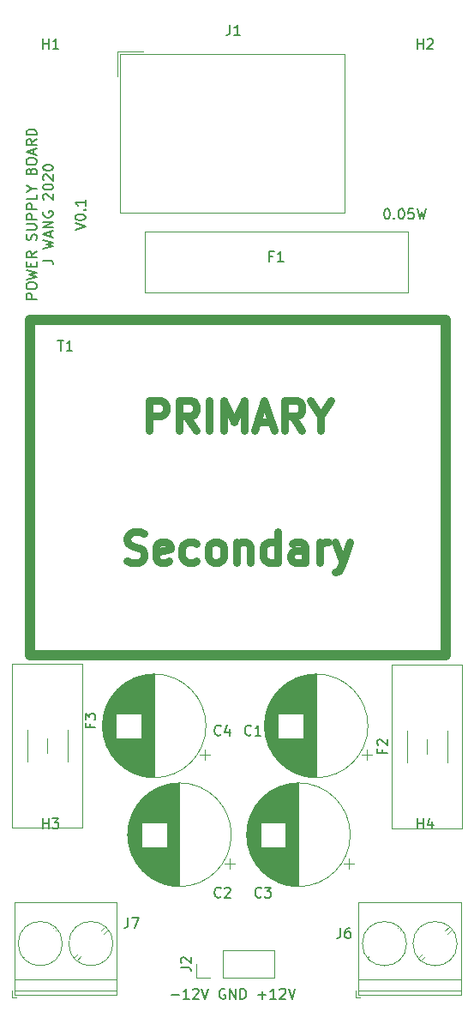
<source format=gbr>
G04 #@! TF.GenerationSoftware,KiCad,Pcbnew,(5.1.5)-3*
G04 #@! TF.CreationDate,2020-02-27T01:05:18-05:00*
G04 #@! TF.ProjectId,power_supply,706f7765-725f-4737-9570-706c792e6b69,rev?*
G04 #@! TF.SameCoordinates,Original*
G04 #@! TF.FileFunction,Legend,Top*
G04 #@! TF.FilePolarity,Positive*
%FSLAX46Y46*%
G04 Gerber Fmt 4.6, Leading zero omitted, Abs format (unit mm)*
G04 Created by KiCad (PCBNEW (5.1.5)-3) date 2020-02-27 01:05:18*
%MOMM*%
%LPD*%
G04 APERTURE LIST*
%ADD10C,0.150000*%
%ADD11C,1.000000*%
%ADD12C,0.120000*%
%ADD13C,0.750000*%
G04 APERTURE END LIST*
D10*
X6452380Y81476190D02*
X7452380Y81809523D01*
X6452380Y82142857D01*
X6452380Y82666666D02*
X6452380Y82761904D01*
X6500000Y82857142D01*
X6547619Y82904761D01*
X6642857Y82952380D01*
X6833333Y83000000D01*
X7071428Y83000000D01*
X7261904Y82952380D01*
X7357142Y82904761D01*
X7404761Y82857142D01*
X7452380Y82761904D01*
X7452380Y82666666D01*
X7404761Y82571428D01*
X7357142Y82523809D01*
X7261904Y82476190D01*
X7071428Y82428571D01*
X6833333Y82428571D01*
X6642857Y82476190D01*
X6547619Y82523809D01*
X6500000Y82571428D01*
X6452380Y82666666D01*
X7357142Y83428571D02*
X7404761Y83476190D01*
X7452380Y83428571D01*
X7404761Y83380952D01*
X7357142Y83428571D01*
X7452380Y83428571D01*
X7452380Y84428571D02*
X7452380Y83857142D01*
X7452380Y84142857D02*
X6452380Y84142857D01*
X6595238Y84047619D01*
X6690476Y83952380D01*
X6738095Y83857142D01*
X2627380Y74642857D02*
X1627380Y74642857D01*
X1627380Y75023809D01*
X1674999Y75119047D01*
X1722619Y75166666D01*
X1817857Y75214285D01*
X1960714Y75214285D01*
X2055952Y75166666D01*
X2103571Y75119047D01*
X2151190Y75023809D01*
X2151190Y74642857D01*
X1627380Y75833333D02*
X1627380Y76023809D01*
X1674999Y76119047D01*
X1770238Y76214285D01*
X1960714Y76261904D01*
X2294047Y76261904D01*
X2484523Y76214285D01*
X2579761Y76119047D01*
X2627380Y76023809D01*
X2627380Y75833333D01*
X2579761Y75738095D01*
X2484523Y75642857D01*
X2294047Y75595238D01*
X1960714Y75595238D01*
X1770238Y75642857D01*
X1674999Y75738095D01*
X1627380Y75833333D01*
X1627380Y76595238D02*
X2627380Y76833333D01*
X1913095Y77023809D01*
X2627380Y77214285D01*
X1627380Y77452380D01*
X2103571Y77833333D02*
X2103571Y78166666D01*
X2627380Y78309523D02*
X2627380Y77833333D01*
X1627380Y77833333D01*
X1627380Y78309523D01*
X2627380Y79309523D02*
X2151190Y78976190D01*
X2627380Y78738095D02*
X1627380Y78738095D01*
X1627380Y79119047D01*
X1674999Y79214285D01*
X1722619Y79261904D01*
X1817857Y79309523D01*
X1960714Y79309523D01*
X2055952Y79261904D01*
X2103571Y79214285D01*
X2151190Y79119047D01*
X2151190Y78738095D01*
X2579761Y80452380D02*
X2627380Y80595238D01*
X2627380Y80833333D01*
X2579761Y80928571D01*
X2532142Y80976190D01*
X2436904Y81023809D01*
X2341666Y81023809D01*
X2246428Y80976190D01*
X2198809Y80928571D01*
X2151190Y80833333D01*
X2103571Y80642857D01*
X2055952Y80547619D01*
X2008333Y80500000D01*
X1913095Y80452380D01*
X1817857Y80452380D01*
X1722619Y80500000D01*
X1674999Y80547619D01*
X1627380Y80642857D01*
X1627380Y80880952D01*
X1675000Y81023809D01*
X1627380Y81452380D02*
X2436904Y81452380D01*
X2532142Y81500000D01*
X2579761Y81547619D01*
X2627380Y81642857D01*
X2627380Y81833333D01*
X2579761Y81928571D01*
X2532142Y81976190D01*
X2436904Y82023809D01*
X1627380Y82023809D01*
X2627380Y82500000D02*
X1627380Y82500000D01*
X1627380Y82880952D01*
X1675000Y82976190D01*
X1722619Y83023809D01*
X1817857Y83071428D01*
X1960714Y83071428D01*
X2055952Y83023809D01*
X2103571Y82976190D01*
X2151190Y82880952D01*
X2151190Y82500000D01*
X2627380Y83500000D02*
X1627380Y83500000D01*
X1627380Y83880952D01*
X1675000Y83976190D01*
X1722619Y84023809D01*
X1817857Y84071428D01*
X1960714Y84071428D01*
X2055952Y84023809D01*
X2103571Y83976190D01*
X2151190Y83880952D01*
X2151190Y83500000D01*
X2627380Y84976190D02*
X2627380Y84500000D01*
X1627380Y84500000D01*
X2151190Y85500000D02*
X2627380Y85500000D01*
X1627380Y85166666D02*
X2151190Y85500000D01*
X1627380Y85833333D01*
X2103571Y87261904D02*
X2151190Y87404761D01*
X2198809Y87452380D01*
X2294047Y87500000D01*
X2436904Y87500000D01*
X2532142Y87452380D01*
X2579761Y87404761D01*
X2627380Y87309523D01*
X2627380Y86928571D01*
X1627380Y86928571D01*
X1627380Y87261904D01*
X1675000Y87357142D01*
X1722619Y87404761D01*
X1817857Y87452380D01*
X1913095Y87452380D01*
X2008333Y87404761D01*
X2055952Y87357142D01*
X2103571Y87261904D01*
X2103571Y86928571D01*
X1627380Y88119047D02*
X1627380Y88309523D01*
X1675000Y88404761D01*
X1770238Y88500000D01*
X1960714Y88547619D01*
X2294047Y88547619D01*
X2484523Y88500000D01*
X2579761Y88404761D01*
X2627380Y88309523D01*
X2627380Y88119047D01*
X2579761Y88023809D01*
X2484523Y87928571D01*
X2294047Y87880952D01*
X1960714Y87880952D01*
X1770238Y87928571D01*
X1675000Y88023809D01*
X1627380Y88119047D01*
X2341666Y88928571D02*
X2341666Y89404761D01*
X2627380Y88833333D02*
X1627380Y89166666D01*
X2627380Y89500000D01*
X2627380Y90404761D02*
X2151190Y90071428D01*
X2627380Y89833333D02*
X1627380Y89833333D01*
X1627380Y90214285D01*
X1675000Y90309523D01*
X1722619Y90357142D01*
X1817857Y90404761D01*
X1960714Y90404761D01*
X2055952Y90357142D01*
X2103571Y90309523D01*
X2151190Y90214285D01*
X2151190Y89833333D01*
X2627380Y90833333D02*
X1627380Y90833333D01*
X1627380Y91071428D01*
X1675000Y91214285D01*
X1770238Y91309523D01*
X1865476Y91357142D01*
X2055952Y91404761D01*
X2198809Y91404761D01*
X2389285Y91357142D01*
X2484523Y91309523D01*
X2579761Y91214285D01*
X2627380Y91071428D01*
X2627380Y90833333D01*
X3277380Y78452380D02*
X3991666Y78452380D01*
X4134523Y78404761D01*
X4229761Y78309523D01*
X4277380Y78166666D01*
X4277380Y78071428D01*
X3277380Y79595238D02*
X4277380Y79833333D01*
X3563095Y80023809D01*
X4277380Y80214285D01*
X3277380Y80452380D01*
X3991666Y80785714D02*
X3991666Y81261904D01*
X4277380Y80690476D02*
X3277380Y81023809D01*
X4277380Y81357142D01*
X4277380Y81690476D02*
X3277380Y81690476D01*
X4277380Y82261904D01*
X3277380Y82261904D01*
X3325000Y83261904D02*
X3277380Y83166666D01*
X3277380Y83023809D01*
X3325000Y82880952D01*
X3420238Y82785714D01*
X3515476Y82738095D01*
X3705952Y82690476D01*
X3848809Y82690476D01*
X4039285Y82738095D01*
X4134523Y82785714D01*
X4229761Y82880952D01*
X4277380Y83023809D01*
X4277380Y83119047D01*
X4229761Y83261904D01*
X4182142Y83309523D01*
X3848809Y83309523D01*
X3848809Y83119047D01*
X3372619Y84452380D02*
X3325000Y84500000D01*
X3277380Y84595238D01*
X3277380Y84833333D01*
X3325000Y84928571D01*
X3372619Y84976190D01*
X3467857Y85023809D01*
X3563095Y85023809D01*
X3705952Y84976190D01*
X4277380Y84404761D01*
X4277380Y85023809D01*
X3277380Y85642857D02*
X3277380Y85738095D01*
X3325000Y85833333D01*
X3372619Y85880952D01*
X3467857Y85928571D01*
X3658333Y85976190D01*
X3896428Y85976190D01*
X4086904Y85928571D01*
X4182142Y85880952D01*
X4229761Y85833333D01*
X4277380Y85738095D01*
X4277380Y85642857D01*
X4229761Y85547619D01*
X4182142Y85500000D01*
X4086904Y85452380D01*
X3896428Y85404761D01*
X3658333Y85404761D01*
X3467857Y85452380D01*
X3372619Y85500000D01*
X3325000Y85547619D01*
X3277380Y85642857D01*
X3372619Y86357142D02*
X3325000Y86404761D01*
X3277380Y86500000D01*
X3277380Y86738095D01*
X3325000Y86833333D01*
X3372619Y86880952D01*
X3467857Y86928571D01*
X3563095Y86928571D01*
X3705952Y86880952D01*
X4277380Y86309523D01*
X4277380Y86928571D01*
X3277380Y87547619D02*
X3277380Y87642857D01*
X3325000Y87738095D01*
X3372619Y87785714D01*
X3467857Y87833333D01*
X3658333Y87880952D01*
X3896428Y87880952D01*
X4086904Y87833333D01*
X4182142Y87785714D01*
X4229761Y87738095D01*
X4277380Y87642857D01*
X4277380Y87547619D01*
X4229761Y87452380D01*
X4182142Y87404761D01*
X4086904Y87357142D01*
X3896428Y87309523D01*
X3658333Y87309523D01*
X3467857Y87357142D01*
X3372619Y87404761D01*
X3325000Y87452380D01*
X3277380Y87547619D01*
X15952380Y5928571D02*
X16714285Y5928571D01*
X17714285Y5547619D02*
X17142857Y5547619D01*
X17428571Y5547619D02*
X17428571Y6547619D01*
X17333333Y6404761D01*
X17238095Y6309523D01*
X17142857Y6261904D01*
X18095238Y6452380D02*
X18142857Y6500000D01*
X18238095Y6547619D01*
X18476190Y6547619D01*
X18571428Y6500000D01*
X18619047Y6452380D01*
X18666666Y6357142D01*
X18666666Y6261904D01*
X18619047Y6119047D01*
X18047619Y5547619D01*
X18666666Y5547619D01*
X18952380Y6547619D02*
X19285714Y5547619D01*
X19619047Y6547619D01*
X21238095Y6500000D02*
X21142857Y6547619D01*
X21000000Y6547619D01*
X20857142Y6500000D01*
X20761904Y6404761D01*
X20714285Y6309523D01*
X20666666Y6119047D01*
X20666666Y5976190D01*
X20714285Y5785714D01*
X20761904Y5690476D01*
X20857142Y5595238D01*
X21000000Y5547619D01*
X21095238Y5547619D01*
X21238095Y5595238D01*
X21285714Y5642857D01*
X21285714Y5976190D01*
X21095238Y5976190D01*
X21714285Y5547619D02*
X21714285Y6547619D01*
X22285714Y5547619D01*
X22285714Y6547619D01*
X22761904Y5547619D02*
X22761904Y6547619D01*
X23000000Y6547619D01*
X23142857Y6500000D01*
X23238095Y6404761D01*
X23285714Y6309523D01*
X23333333Y6119047D01*
X23333333Y5976190D01*
X23285714Y5785714D01*
X23238095Y5690476D01*
X23142857Y5595238D01*
X23000000Y5547619D01*
X22761904Y5547619D01*
X24523809Y5928571D02*
X25285714Y5928571D01*
X24904761Y5547619D02*
X24904761Y6309523D01*
X26285714Y5547619D02*
X25714285Y5547619D01*
X26000000Y5547619D02*
X26000000Y6547619D01*
X25904761Y6404761D01*
X25809523Y6309523D01*
X25714285Y6261904D01*
X26666666Y6452380D02*
X26714285Y6500000D01*
X26809523Y6547619D01*
X27047619Y6547619D01*
X27142857Y6500000D01*
X27190476Y6452380D01*
X27238095Y6357142D01*
X27238095Y6261904D01*
X27190476Y6119047D01*
X26619047Y5547619D01*
X27238095Y5547619D01*
X27523809Y6547619D02*
X27857142Y5547619D01*
X28190476Y6547619D01*
X37190476Y83547619D02*
X37285714Y83547619D01*
X37380952Y83500000D01*
X37428571Y83452380D01*
X37476190Y83357142D01*
X37523809Y83166666D01*
X37523809Y82928571D01*
X37476190Y82738095D01*
X37428571Y82642857D01*
X37380952Y82595238D01*
X37285714Y82547619D01*
X37190476Y82547619D01*
X37095238Y82595238D01*
X37047619Y82642857D01*
X37000000Y82738095D01*
X36952380Y82928571D01*
X36952380Y83166666D01*
X37000000Y83357142D01*
X37047619Y83452380D01*
X37095238Y83500000D01*
X37190476Y83547619D01*
X37952380Y82642857D02*
X38000000Y82595238D01*
X37952380Y82547619D01*
X37904761Y82595238D01*
X37952380Y82642857D01*
X37952380Y82547619D01*
X38619047Y83547619D02*
X38714285Y83547619D01*
X38809523Y83500000D01*
X38857142Y83452380D01*
X38904761Y83357142D01*
X38952380Y83166666D01*
X38952380Y82928571D01*
X38904761Y82738095D01*
X38857142Y82642857D01*
X38809523Y82595238D01*
X38714285Y82547619D01*
X38619047Y82547619D01*
X38523809Y82595238D01*
X38476190Y82642857D01*
X38428571Y82738095D01*
X38380952Y82928571D01*
X38380952Y83166666D01*
X38428571Y83357142D01*
X38476190Y83452380D01*
X38523809Y83500000D01*
X38619047Y83547619D01*
X39857142Y83547619D02*
X39380952Y83547619D01*
X39333333Y83071428D01*
X39380952Y83119047D01*
X39476190Y83166666D01*
X39714285Y83166666D01*
X39809523Y83119047D01*
X39857142Y83071428D01*
X39904761Y82976190D01*
X39904761Y82738095D01*
X39857142Y82642857D01*
X39809523Y82595238D01*
X39714285Y82547619D01*
X39476190Y82547619D01*
X39380952Y82595238D01*
X39333333Y82642857D01*
X40238095Y83547619D02*
X40476190Y82547619D01*
X40666666Y83261904D01*
X40857142Y82547619D01*
X41095238Y83547619D01*
D11*
X43050000Y39450000D02*
X43050000Y72550000D01*
X1950000Y39450000D02*
X43050000Y39450000D01*
X1950000Y72550000D02*
X1950000Y39450000D01*
X43050000Y72550000D02*
X1950000Y72550000D01*
D12*
X10650000Y99100000D02*
X13150000Y99100000D01*
X10650000Y96600000D02*
X10650000Y99100000D01*
X10900000Y98850000D02*
X33100000Y98850000D01*
X33100000Y98850000D02*
X33100000Y83150000D01*
X10900000Y83150000D02*
X33100000Y83150000D01*
X10900000Y83150000D02*
X10900000Y98850000D01*
X39180000Y11000000D02*
G75*
G03X39180000Y11000000I-2180000J0D01*
G01*
X44180000Y11000000D02*
G75*
G03X44180000Y11000000I-2180000J0D01*
G01*
X34440000Y6400000D02*
X44560000Y6400000D01*
X34440000Y7500000D02*
X44560000Y7500000D01*
X34440000Y15060000D02*
X44560000Y15060000D01*
X34440000Y5940000D02*
X44560000Y5940000D01*
X34440000Y15060000D02*
X34440000Y5940000D01*
X44560000Y15060000D02*
X44560000Y5940000D01*
X38654000Y12388000D02*
X38547000Y12281000D01*
X35718000Y9453000D02*
X35612000Y9346000D01*
X38388000Y12654000D02*
X38281000Y12547000D01*
X35452000Y9719000D02*
X35346000Y9612000D01*
X43654000Y12388000D02*
X43259000Y11992000D01*
X40993000Y9726000D02*
X40613000Y9346000D01*
X43388000Y12654000D02*
X43008000Y12274000D01*
X40742000Y10008000D02*
X40347000Y9612000D01*
X34200000Y6340000D02*
X34200000Y5700000D01*
X34200000Y5700000D02*
X34600000Y5700000D01*
X200000Y5700000D02*
X600000Y5700000D01*
X200000Y6340000D02*
X200000Y5700000D01*
X6742000Y10008000D02*
X6347000Y9612000D01*
X9388000Y12654000D02*
X9008000Y12274000D01*
X6993000Y9726000D02*
X6613000Y9346000D01*
X9654000Y12388000D02*
X9259000Y11992000D01*
X1452000Y9719000D02*
X1346000Y9612000D01*
X4388000Y12654000D02*
X4281000Y12547000D01*
X1718000Y9453000D02*
X1612000Y9346000D01*
X4654000Y12388000D02*
X4547000Y12281000D01*
X10560000Y15060000D02*
X10560000Y5940000D01*
X440000Y15060000D02*
X440000Y5940000D01*
X440000Y5940000D02*
X10560000Y5940000D01*
X440000Y15060000D02*
X10560000Y15060000D01*
X440000Y7500000D02*
X10560000Y7500000D01*
X440000Y6400000D02*
X10560000Y6400000D01*
X10180000Y11000000D02*
G75*
G03X10180000Y11000000I-2180000J0D01*
G01*
X5180000Y11000000D02*
G75*
G03X5180000Y11000000I-2180000J0D01*
G01*
X33620000Y21750000D02*
G75*
G03X33620000Y21750000I-5120000J0D01*
G01*
X28500000Y16670000D02*
X28500000Y26830000D01*
X28460000Y16670000D02*
X28460000Y26830000D01*
X28420000Y16670000D02*
X28420000Y26830000D01*
X28380000Y16671000D02*
X28380000Y26829000D01*
X28340000Y16672000D02*
X28340000Y26828000D01*
X28300000Y16673000D02*
X28300000Y26827000D01*
X28260000Y16675000D02*
X28260000Y26825000D01*
X28220000Y16677000D02*
X28220000Y26823000D01*
X28180000Y16680000D02*
X28180000Y26820000D01*
X28140000Y16682000D02*
X28140000Y26818000D01*
X28100000Y16685000D02*
X28100000Y26815000D01*
X28060000Y16688000D02*
X28060000Y26812000D01*
X28020000Y16692000D02*
X28020000Y26808000D01*
X27980000Y16696000D02*
X27980000Y26804000D01*
X27940000Y16700000D02*
X27940000Y26800000D01*
X27900000Y16705000D02*
X27900000Y26795000D01*
X27860000Y16710000D02*
X27860000Y26790000D01*
X27820000Y16715000D02*
X27820000Y26785000D01*
X27779000Y16720000D02*
X27779000Y26780000D01*
X27739000Y16726000D02*
X27739000Y26774000D01*
X27699000Y16732000D02*
X27699000Y26768000D01*
X27659000Y16739000D02*
X27659000Y26761000D01*
X27619000Y16746000D02*
X27619000Y26754000D01*
X27579000Y16753000D02*
X27579000Y26747000D01*
X27539000Y16760000D02*
X27539000Y26740000D01*
X27499000Y16768000D02*
X27499000Y26732000D01*
X27459000Y16776000D02*
X27459000Y26724000D01*
X27419000Y16785000D02*
X27419000Y26715000D01*
X27379000Y16794000D02*
X27379000Y26706000D01*
X27339000Y16803000D02*
X27339000Y26697000D01*
X27299000Y16812000D02*
X27299000Y26688000D01*
X27259000Y16822000D02*
X27259000Y26678000D01*
X27219000Y16832000D02*
X27219000Y20509000D01*
X27219000Y22991000D02*
X27219000Y26668000D01*
X27179000Y16843000D02*
X27179000Y20509000D01*
X27179000Y22991000D02*
X27179000Y26657000D01*
X27139000Y16853000D02*
X27139000Y20509000D01*
X27139000Y22991000D02*
X27139000Y26647000D01*
X27099000Y16865000D02*
X27099000Y20509000D01*
X27099000Y22991000D02*
X27099000Y26635000D01*
X27059000Y16876000D02*
X27059000Y20509000D01*
X27059000Y22991000D02*
X27059000Y26624000D01*
X27019000Y16888000D02*
X27019000Y20509000D01*
X27019000Y22991000D02*
X27019000Y26612000D01*
X26979000Y16900000D02*
X26979000Y20509000D01*
X26979000Y22991000D02*
X26979000Y26600000D01*
X26939000Y16913000D02*
X26939000Y20509000D01*
X26939000Y22991000D02*
X26939000Y26587000D01*
X26899000Y16926000D02*
X26899000Y20509000D01*
X26899000Y22991000D02*
X26899000Y26574000D01*
X26859000Y16939000D02*
X26859000Y20509000D01*
X26859000Y22991000D02*
X26859000Y26561000D01*
X26819000Y16953000D02*
X26819000Y20509000D01*
X26819000Y22991000D02*
X26819000Y26547000D01*
X26779000Y16967000D02*
X26779000Y20509000D01*
X26779000Y22991000D02*
X26779000Y26533000D01*
X26739000Y16982000D02*
X26739000Y20509000D01*
X26739000Y22991000D02*
X26739000Y26518000D01*
X26699000Y16996000D02*
X26699000Y20509000D01*
X26699000Y22991000D02*
X26699000Y26504000D01*
X26659000Y17012000D02*
X26659000Y20509000D01*
X26659000Y22991000D02*
X26659000Y26488000D01*
X26619000Y17027000D02*
X26619000Y20509000D01*
X26619000Y22991000D02*
X26619000Y26473000D01*
X26579000Y17043000D02*
X26579000Y20509000D01*
X26579000Y22991000D02*
X26579000Y26457000D01*
X26539000Y17060000D02*
X26539000Y20509000D01*
X26539000Y22991000D02*
X26539000Y26440000D01*
X26499000Y17076000D02*
X26499000Y20509000D01*
X26499000Y22991000D02*
X26499000Y26424000D01*
X26459000Y17093000D02*
X26459000Y20509000D01*
X26459000Y22991000D02*
X26459000Y26407000D01*
X26419000Y17111000D02*
X26419000Y20509000D01*
X26419000Y22991000D02*
X26419000Y26389000D01*
X26379000Y17129000D02*
X26379000Y20509000D01*
X26379000Y22991000D02*
X26379000Y26371000D01*
X26339000Y17147000D02*
X26339000Y20509000D01*
X26339000Y22991000D02*
X26339000Y26353000D01*
X26299000Y17166000D02*
X26299000Y20509000D01*
X26299000Y22991000D02*
X26299000Y26334000D01*
X26259000Y17186000D02*
X26259000Y20509000D01*
X26259000Y22991000D02*
X26259000Y26314000D01*
X26219000Y17205000D02*
X26219000Y20509000D01*
X26219000Y22991000D02*
X26219000Y26295000D01*
X26179000Y17225000D02*
X26179000Y20509000D01*
X26179000Y22991000D02*
X26179000Y26275000D01*
X26139000Y17246000D02*
X26139000Y20509000D01*
X26139000Y22991000D02*
X26139000Y26254000D01*
X26099000Y17267000D02*
X26099000Y20509000D01*
X26099000Y22991000D02*
X26099000Y26233000D01*
X26059000Y17288000D02*
X26059000Y20509000D01*
X26059000Y22991000D02*
X26059000Y26212000D01*
X26019000Y17310000D02*
X26019000Y20509000D01*
X26019000Y22991000D02*
X26019000Y26190000D01*
X25979000Y17333000D02*
X25979000Y20509000D01*
X25979000Y22991000D02*
X25979000Y26167000D01*
X25939000Y17355000D02*
X25939000Y20509000D01*
X25939000Y22991000D02*
X25939000Y26145000D01*
X25899000Y17379000D02*
X25899000Y20509000D01*
X25899000Y22991000D02*
X25899000Y26121000D01*
X25859000Y17403000D02*
X25859000Y20509000D01*
X25859000Y22991000D02*
X25859000Y26097000D01*
X25819000Y17427000D02*
X25819000Y20509000D01*
X25819000Y22991000D02*
X25819000Y26073000D01*
X25779000Y17452000D02*
X25779000Y20509000D01*
X25779000Y22991000D02*
X25779000Y26048000D01*
X25739000Y17477000D02*
X25739000Y20509000D01*
X25739000Y22991000D02*
X25739000Y26023000D01*
X25699000Y17503000D02*
X25699000Y20509000D01*
X25699000Y22991000D02*
X25699000Y25997000D01*
X25659000Y17529000D02*
X25659000Y20509000D01*
X25659000Y22991000D02*
X25659000Y25971000D01*
X25619000Y17556000D02*
X25619000Y20509000D01*
X25619000Y22991000D02*
X25619000Y25944000D01*
X25579000Y17584000D02*
X25579000Y20509000D01*
X25579000Y22991000D02*
X25579000Y25916000D01*
X25539000Y17612000D02*
X25539000Y20509000D01*
X25539000Y22991000D02*
X25539000Y25888000D01*
X25499000Y17640000D02*
X25499000Y20509000D01*
X25499000Y22991000D02*
X25499000Y25860000D01*
X25459000Y17670000D02*
X25459000Y20509000D01*
X25459000Y22991000D02*
X25459000Y25830000D01*
X25419000Y17700000D02*
X25419000Y20509000D01*
X25419000Y22991000D02*
X25419000Y25800000D01*
X25379000Y17730000D02*
X25379000Y20509000D01*
X25379000Y22991000D02*
X25379000Y25770000D01*
X25339000Y17761000D02*
X25339000Y20509000D01*
X25339000Y22991000D02*
X25339000Y25739000D01*
X25299000Y17793000D02*
X25299000Y20509000D01*
X25299000Y22991000D02*
X25299000Y25707000D01*
X25259000Y17825000D02*
X25259000Y20509000D01*
X25259000Y22991000D02*
X25259000Y25675000D01*
X25219000Y17858000D02*
X25219000Y20509000D01*
X25219000Y22991000D02*
X25219000Y25642000D01*
X25179000Y17892000D02*
X25179000Y20509000D01*
X25179000Y22991000D02*
X25179000Y25608000D01*
X25139000Y17926000D02*
X25139000Y20509000D01*
X25139000Y22991000D02*
X25139000Y25574000D01*
X25099000Y17961000D02*
X25099000Y20509000D01*
X25099000Y22991000D02*
X25099000Y25539000D01*
X25059000Y17997000D02*
X25059000Y20509000D01*
X25059000Y22991000D02*
X25059000Y25503000D01*
X25019000Y18034000D02*
X25019000Y20509000D01*
X25019000Y22991000D02*
X25019000Y25466000D01*
X24979000Y18071000D02*
X24979000Y20509000D01*
X24979000Y22991000D02*
X24979000Y25429000D01*
X24939000Y18110000D02*
X24939000Y20509000D01*
X24939000Y22991000D02*
X24939000Y25390000D01*
X24899000Y18149000D02*
X24899000Y20509000D01*
X24899000Y22991000D02*
X24899000Y25351000D01*
X24859000Y18189000D02*
X24859000Y20509000D01*
X24859000Y22991000D02*
X24859000Y25311000D01*
X24819000Y18230000D02*
X24819000Y20509000D01*
X24819000Y22991000D02*
X24819000Y25270000D01*
X24779000Y18272000D02*
X24779000Y20509000D01*
X24779000Y22991000D02*
X24779000Y25228000D01*
X24739000Y18314000D02*
X24739000Y25186000D01*
X24699000Y18358000D02*
X24699000Y25142000D01*
X24659000Y18403000D02*
X24659000Y25097000D01*
X24619000Y18449000D02*
X24619000Y25051000D01*
X24579000Y18496000D02*
X24579000Y25004000D01*
X24539000Y18544000D02*
X24539000Y24956000D01*
X24499000Y18594000D02*
X24499000Y24906000D01*
X24459000Y18644000D02*
X24459000Y24856000D01*
X24419000Y18696000D02*
X24419000Y24804000D01*
X24379000Y18750000D02*
X24379000Y24750000D01*
X24339000Y18805000D02*
X24339000Y24695000D01*
X24299000Y18861000D02*
X24299000Y24639000D01*
X24259000Y18920000D02*
X24259000Y24580000D01*
X24219000Y18980000D02*
X24219000Y24520000D01*
X24179000Y19041000D02*
X24179000Y24459000D01*
X24139000Y19105000D02*
X24139000Y24395000D01*
X24099000Y19171000D02*
X24099000Y24329000D01*
X24059000Y19240000D02*
X24059000Y24260000D01*
X24019000Y19311000D02*
X24019000Y24189000D01*
X23979000Y19385000D02*
X23979000Y24115000D01*
X23939000Y19461000D02*
X23939000Y24039000D01*
X23899000Y19541000D02*
X23899000Y23959000D01*
X23859000Y19625000D02*
X23859000Y23875000D01*
X23819000Y19713000D02*
X23819000Y23787000D01*
X23779000Y19806000D02*
X23779000Y23694000D01*
X23739000Y19904000D02*
X23739000Y23596000D01*
X23699000Y20008000D02*
X23699000Y23492000D01*
X23659000Y20120000D02*
X23659000Y23380000D01*
X23619000Y20240000D02*
X23619000Y23260000D01*
X23579000Y20372000D02*
X23579000Y23128000D01*
X23539000Y20520000D02*
X23539000Y22980000D01*
X23499000Y20688000D02*
X23499000Y22812000D01*
X23459000Y20888000D02*
X23459000Y22612000D01*
X23419000Y21151000D02*
X23419000Y22349000D01*
X33979646Y18875000D02*
X32979646Y18875000D01*
X33479646Y18375000D02*
X33479646Y19375000D01*
X19229646Y29125000D02*
X19229646Y30125000D01*
X19729646Y29625000D02*
X18729646Y29625000D01*
X9169000Y31901000D02*
X9169000Y33099000D01*
X9209000Y31638000D02*
X9209000Y33362000D01*
X9249000Y31438000D02*
X9249000Y33562000D01*
X9289000Y31270000D02*
X9289000Y33730000D01*
X9329000Y31122000D02*
X9329000Y33878000D01*
X9369000Y30990000D02*
X9369000Y34010000D01*
X9409000Y30870000D02*
X9409000Y34130000D01*
X9449000Y30758000D02*
X9449000Y34242000D01*
X9489000Y30654000D02*
X9489000Y34346000D01*
X9529000Y30556000D02*
X9529000Y34444000D01*
X9569000Y30463000D02*
X9569000Y34537000D01*
X9609000Y30375000D02*
X9609000Y34625000D01*
X9649000Y30291000D02*
X9649000Y34709000D01*
X9689000Y30211000D02*
X9689000Y34789000D01*
X9729000Y30135000D02*
X9729000Y34865000D01*
X9769000Y30061000D02*
X9769000Y34939000D01*
X9809000Y29990000D02*
X9809000Y35010000D01*
X9849000Y29921000D02*
X9849000Y35079000D01*
X9889000Y29855000D02*
X9889000Y35145000D01*
X9929000Y29791000D02*
X9929000Y35209000D01*
X9969000Y29730000D02*
X9969000Y35270000D01*
X10009000Y29670000D02*
X10009000Y35330000D01*
X10049000Y29611000D02*
X10049000Y35389000D01*
X10089000Y29555000D02*
X10089000Y35445000D01*
X10129000Y29500000D02*
X10129000Y35500000D01*
X10169000Y29446000D02*
X10169000Y35554000D01*
X10209000Y29394000D02*
X10209000Y35606000D01*
X10249000Y29344000D02*
X10249000Y35656000D01*
X10289000Y29294000D02*
X10289000Y35706000D01*
X10329000Y29246000D02*
X10329000Y35754000D01*
X10369000Y29199000D02*
X10369000Y35801000D01*
X10409000Y29153000D02*
X10409000Y35847000D01*
X10449000Y29108000D02*
X10449000Y35892000D01*
X10489000Y29064000D02*
X10489000Y35936000D01*
X10529000Y33741000D02*
X10529000Y35978000D01*
X10529000Y29022000D02*
X10529000Y31259000D01*
X10569000Y33741000D02*
X10569000Y36020000D01*
X10569000Y28980000D02*
X10569000Y31259000D01*
X10609000Y33741000D02*
X10609000Y36061000D01*
X10609000Y28939000D02*
X10609000Y31259000D01*
X10649000Y33741000D02*
X10649000Y36101000D01*
X10649000Y28899000D02*
X10649000Y31259000D01*
X10689000Y33741000D02*
X10689000Y36140000D01*
X10689000Y28860000D02*
X10689000Y31259000D01*
X10729000Y33741000D02*
X10729000Y36179000D01*
X10729000Y28821000D02*
X10729000Y31259000D01*
X10769000Y33741000D02*
X10769000Y36216000D01*
X10769000Y28784000D02*
X10769000Y31259000D01*
X10809000Y33741000D02*
X10809000Y36253000D01*
X10809000Y28747000D02*
X10809000Y31259000D01*
X10849000Y33741000D02*
X10849000Y36289000D01*
X10849000Y28711000D02*
X10849000Y31259000D01*
X10889000Y33741000D02*
X10889000Y36324000D01*
X10889000Y28676000D02*
X10889000Y31259000D01*
X10929000Y33741000D02*
X10929000Y36358000D01*
X10929000Y28642000D02*
X10929000Y31259000D01*
X10969000Y33741000D02*
X10969000Y36392000D01*
X10969000Y28608000D02*
X10969000Y31259000D01*
X11009000Y33741000D02*
X11009000Y36425000D01*
X11009000Y28575000D02*
X11009000Y31259000D01*
X11049000Y33741000D02*
X11049000Y36457000D01*
X11049000Y28543000D02*
X11049000Y31259000D01*
X11089000Y33741000D02*
X11089000Y36489000D01*
X11089000Y28511000D02*
X11089000Y31259000D01*
X11129000Y33741000D02*
X11129000Y36520000D01*
X11129000Y28480000D02*
X11129000Y31259000D01*
X11169000Y33741000D02*
X11169000Y36550000D01*
X11169000Y28450000D02*
X11169000Y31259000D01*
X11209000Y33741000D02*
X11209000Y36580000D01*
X11209000Y28420000D02*
X11209000Y31259000D01*
X11249000Y33741000D02*
X11249000Y36610000D01*
X11249000Y28390000D02*
X11249000Y31259000D01*
X11289000Y33741000D02*
X11289000Y36638000D01*
X11289000Y28362000D02*
X11289000Y31259000D01*
X11329000Y33741000D02*
X11329000Y36666000D01*
X11329000Y28334000D02*
X11329000Y31259000D01*
X11369000Y33741000D02*
X11369000Y36694000D01*
X11369000Y28306000D02*
X11369000Y31259000D01*
X11409000Y33741000D02*
X11409000Y36721000D01*
X11409000Y28279000D02*
X11409000Y31259000D01*
X11449000Y33741000D02*
X11449000Y36747000D01*
X11449000Y28253000D02*
X11449000Y31259000D01*
X11489000Y33741000D02*
X11489000Y36773000D01*
X11489000Y28227000D02*
X11489000Y31259000D01*
X11529000Y33741000D02*
X11529000Y36798000D01*
X11529000Y28202000D02*
X11529000Y31259000D01*
X11569000Y33741000D02*
X11569000Y36823000D01*
X11569000Y28177000D02*
X11569000Y31259000D01*
X11609000Y33741000D02*
X11609000Y36847000D01*
X11609000Y28153000D02*
X11609000Y31259000D01*
X11649000Y33741000D02*
X11649000Y36871000D01*
X11649000Y28129000D02*
X11649000Y31259000D01*
X11689000Y33741000D02*
X11689000Y36895000D01*
X11689000Y28105000D02*
X11689000Y31259000D01*
X11729000Y33741000D02*
X11729000Y36917000D01*
X11729000Y28083000D02*
X11729000Y31259000D01*
X11769000Y33741000D02*
X11769000Y36940000D01*
X11769000Y28060000D02*
X11769000Y31259000D01*
X11809000Y33741000D02*
X11809000Y36962000D01*
X11809000Y28038000D02*
X11809000Y31259000D01*
X11849000Y33741000D02*
X11849000Y36983000D01*
X11849000Y28017000D02*
X11849000Y31259000D01*
X11889000Y33741000D02*
X11889000Y37004000D01*
X11889000Y27996000D02*
X11889000Y31259000D01*
X11929000Y33741000D02*
X11929000Y37025000D01*
X11929000Y27975000D02*
X11929000Y31259000D01*
X11969000Y33741000D02*
X11969000Y37045000D01*
X11969000Y27955000D02*
X11969000Y31259000D01*
X12009000Y33741000D02*
X12009000Y37064000D01*
X12009000Y27936000D02*
X12009000Y31259000D01*
X12049000Y33741000D02*
X12049000Y37084000D01*
X12049000Y27916000D02*
X12049000Y31259000D01*
X12089000Y33741000D02*
X12089000Y37103000D01*
X12089000Y27897000D02*
X12089000Y31259000D01*
X12129000Y33741000D02*
X12129000Y37121000D01*
X12129000Y27879000D02*
X12129000Y31259000D01*
X12169000Y33741000D02*
X12169000Y37139000D01*
X12169000Y27861000D02*
X12169000Y31259000D01*
X12209000Y33741000D02*
X12209000Y37157000D01*
X12209000Y27843000D02*
X12209000Y31259000D01*
X12249000Y33741000D02*
X12249000Y37174000D01*
X12249000Y27826000D02*
X12249000Y31259000D01*
X12289000Y33741000D02*
X12289000Y37190000D01*
X12289000Y27810000D02*
X12289000Y31259000D01*
X12329000Y33741000D02*
X12329000Y37207000D01*
X12329000Y27793000D02*
X12329000Y31259000D01*
X12369000Y33741000D02*
X12369000Y37223000D01*
X12369000Y27777000D02*
X12369000Y31259000D01*
X12409000Y33741000D02*
X12409000Y37238000D01*
X12409000Y27762000D02*
X12409000Y31259000D01*
X12449000Y33741000D02*
X12449000Y37254000D01*
X12449000Y27746000D02*
X12449000Y31259000D01*
X12489000Y33741000D02*
X12489000Y37268000D01*
X12489000Y27732000D02*
X12489000Y31259000D01*
X12529000Y33741000D02*
X12529000Y37283000D01*
X12529000Y27717000D02*
X12529000Y31259000D01*
X12569000Y33741000D02*
X12569000Y37297000D01*
X12569000Y27703000D02*
X12569000Y31259000D01*
X12609000Y33741000D02*
X12609000Y37311000D01*
X12609000Y27689000D02*
X12609000Y31259000D01*
X12649000Y33741000D02*
X12649000Y37324000D01*
X12649000Y27676000D02*
X12649000Y31259000D01*
X12689000Y33741000D02*
X12689000Y37337000D01*
X12689000Y27663000D02*
X12689000Y31259000D01*
X12729000Y33741000D02*
X12729000Y37350000D01*
X12729000Y27650000D02*
X12729000Y31259000D01*
X12769000Y33741000D02*
X12769000Y37362000D01*
X12769000Y27638000D02*
X12769000Y31259000D01*
X12809000Y33741000D02*
X12809000Y37374000D01*
X12809000Y27626000D02*
X12809000Y31259000D01*
X12849000Y33741000D02*
X12849000Y37385000D01*
X12849000Y27615000D02*
X12849000Y31259000D01*
X12889000Y33741000D02*
X12889000Y37397000D01*
X12889000Y27603000D02*
X12889000Y31259000D01*
X12929000Y33741000D02*
X12929000Y37407000D01*
X12929000Y27593000D02*
X12929000Y31259000D01*
X12969000Y33741000D02*
X12969000Y37418000D01*
X12969000Y27582000D02*
X12969000Y31259000D01*
X13009000Y27572000D02*
X13009000Y37428000D01*
X13049000Y27562000D02*
X13049000Y37438000D01*
X13089000Y27553000D02*
X13089000Y37447000D01*
X13129000Y27544000D02*
X13129000Y37456000D01*
X13169000Y27535000D02*
X13169000Y37465000D01*
X13209000Y27526000D02*
X13209000Y37474000D01*
X13249000Y27518000D02*
X13249000Y37482000D01*
X13289000Y27510000D02*
X13289000Y37490000D01*
X13329000Y27503000D02*
X13329000Y37497000D01*
X13369000Y27496000D02*
X13369000Y37504000D01*
X13409000Y27489000D02*
X13409000Y37511000D01*
X13449000Y27482000D02*
X13449000Y37518000D01*
X13489000Y27476000D02*
X13489000Y37524000D01*
X13529000Y27470000D02*
X13529000Y37530000D01*
X13570000Y27465000D02*
X13570000Y37535000D01*
X13610000Y27460000D02*
X13610000Y37540000D01*
X13650000Y27455000D02*
X13650000Y37545000D01*
X13690000Y27450000D02*
X13690000Y37550000D01*
X13730000Y27446000D02*
X13730000Y37554000D01*
X13770000Y27442000D02*
X13770000Y37558000D01*
X13810000Y27438000D02*
X13810000Y37562000D01*
X13850000Y27435000D02*
X13850000Y37565000D01*
X13890000Y27432000D02*
X13890000Y37568000D01*
X13930000Y27430000D02*
X13930000Y37570000D01*
X13970000Y27427000D02*
X13970000Y37573000D01*
X14010000Y27425000D02*
X14010000Y37575000D01*
X14050000Y27423000D02*
X14050000Y37577000D01*
X14090000Y27422000D02*
X14090000Y37578000D01*
X14130000Y27421000D02*
X14130000Y37579000D01*
X14170000Y27420000D02*
X14170000Y37580000D01*
X14210000Y27420000D02*
X14210000Y37580000D01*
X14250000Y27420000D02*
X14250000Y37580000D01*
X19370000Y32500000D02*
G75*
G03X19370000Y32500000I-5120000J0D01*
G01*
X37730000Y22360000D02*
X44670000Y22360000D01*
X44670000Y22360000D02*
X44670000Y38560000D01*
X44670000Y38560000D02*
X37730000Y38560000D01*
X37730000Y38560000D02*
X37730000Y22360000D01*
X41200000Y29710000D02*
X41200000Y31210000D01*
X43200000Y32060000D02*
X43200000Y28860000D01*
X39200000Y28860000D02*
X39200000Y32060000D01*
X1700000Y28940000D02*
X1700000Y32140000D01*
X5700000Y32140000D02*
X5700000Y28940000D01*
X3700000Y29790000D02*
X3700000Y31290000D01*
X230000Y38640000D02*
X230000Y22440000D01*
X7170000Y38640000D02*
X230000Y38640000D01*
X7170000Y22440000D02*
X7170000Y38640000D01*
X230000Y22440000D02*
X7170000Y22440000D01*
X26160000Y7670000D02*
X26160000Y10330000D01*
X21020000Y7670000D02*
X26160000Y7670000D01*
X21020000Y10330000D02*
X26160000Y10330000D01*
X21020000Y7670000D02*
X21020000Y10330000D01*
X19750000Y7670000D02*
X18420000Y7670000D01*
X18420000Y7670000D02*
X18420000Y9000000D01*
X35370000Y32500000D02*
G75*
G03X35370000Y32500000I-5120000J0D01*
G01*
X30250000Y27420000D02*
X30250000Y37580000D01*
X30210000Y27420000D02*
X30210000Y37580000D01*
X30170000Y27420000D02*
X30170000Y37580000D01*
X30130000Y27421000D02*
X30130000Y37579000D01*
X30090000Y27422000D02*
X30090000Y37578000D01*
X30050000Y27423000D02*
X30050000Y37577000D01*
X30010000Y27425000D02*
X30010000Y37575000D01*
X29970000Y27427000D02*
X29970000Y37573000D01*
X29930000Y27430000D02*
X29930000Y37570000D01*
X29890000Y27432000D02*
X29890000Y37568000D01*
X29850000Y27435000D02*
X29850000Y37565000D01*
X29810000Y27438000D02*
X29810000Y37562000D01*
X29770000Y27442000D02*
X29770000Y37558000D01*
X29730000Y27446000D02*
X29730000Y37554000D01*
X29690000Y27450000D02*
X29690000Y37550000D01*
X29650000Y27455000D02*
X29650000Y37545000D01*
X29610000Y27460000D02*
X29610000Y37540000D01*
X29570000Y27465000D02*
X29570000Y37535000D01*
X29529000Y27470000D02*
X29529000Y37530000D01*
X29489000Y27476000D02*
X29489000Y37524000D01*
X29449000Y27482000D02*
X29449000Y37518000D01*
X29409000Y27489000D02*
X29409000Y37511000D01*
X29369000Y27496000D02*
X29369000Y37504000D01*
X29329000Y27503000D02*
X29329000Y37497000D01*
X29289000Y27510000D02*
X29289000Y37490000D01*
X29249000Y27518000D02*
X29249000Y37482000D01*
X29209000Y27526000D02*
X29209000Y37474000D01*
X29169000Y27535000D02*
X29169000Y37465000D01*
X29129000Y27544000D02*
X29129000Y37456000D01*
X29089000Y27553000D02*
X29089000Y37447000D01*
X29049000Y27562000D02*
X29049000Y37438000D01*
X29009000Y27572000D02*
X29009000Y37428000D01*
X28969000Y27582000D02*
X28969000Y31259000D01*
X28969000Y33741000D02*
X28969000Y37418000D01*
X28929000Y27593000D02*
X28929000Y31259000D01*
X28929000Y33741000D02*
X28929000Y37407000D01*
X28889000Y27603000D02*
X28889000Y31259000D01*
X28889000Y33741000D02*
X28889000Y37397000D01*
X28849000Y27615000D02*
X28849000Y31259000D01*
X28849000Y33741000D02*
X28849000Y37385000D01*
X28809000Y27626000D02*
X28809000Y31259000D01*
X28809000Y33741000D02*
X28809000Y37374000D01*
X28769000Y27638000D02*
X28769000Y31259000D01*
X28769000Y33741000D02*
X28769000Y37362000D01*
X28729000Y27650000D02*
X28729000Y31259000D01*
X28729000Y33741000D02*
X28729000Y37350000D01*
X28689000Y27663000D02*
X28689000Y31259000D01*
X28689000Y33741000D02*
X28689000Y37337000D01*
X28649000Y27676000D02*
X28649000Y31259000D01*
X28649000Y33741000D02*
X28649000Y37324000D01*
X28609000Y27689000D02*
X28609000Y31259000D01*
X28609000Y33741000D02*
X28609000Y37311000D01*
X28569000Y27703000D02*
X28569000Y31259000D01*
X28569000Y33741000D02*
X28569000Y37297000D01*
X28529000Y27717000D02*
X28529000Y31259000D01*
X28529000Y33741000D02*
X28529000Y37283000D01*
X28489000Y27732000D02*
X28489000Y31259000D01*
X28489000Y33741000D02*
X28489000Y37268000D01*
X28449000Y27746000D02*
X28449000Y31259000D01*
X28449000Y33741000D02*
X28449000Y37254000D01*
X28409000Y27762000D02*
X28409000Y31259000D01*
X28409000Y33741000D02*
X28409000Y37238000D01*
X28369000Y27777000D02*
X28369000Y31259000D01*
X28369000Y33741000D02*
X28369000Y37223000D01*
X28329000Y27793000D02*
X28329000Y31259000D01*
X28329000Y33741000D02*
X28329000Y37207000D01*
X28289000Y27810000D02*
X28289000Y31259000D01*
X28289000Y33741000D02*
X28289000Y37190000D01*
X28249000Y27826000D02*
X28249000Y31259000D01*
X28249000Y33741000D02*
X28249000Y37174000D01*
X28209000Y27843000D02*
X28209000Y31259000D01*
X28209000Y33741000D02*
X28209000Y37157000D01*
X28169000Y27861000D02*
X28169000Y31259000D01*
X28169000Y33741000D02*
X28169000Y37139000D01*
X28129000Y27879000D02*
X28129000Y31259000D01*
X28129000Y33741000D02*
X28129000Y37121000D01*
X28089000Y27897000D02*
X28089000Y31259000D01*
X28089000Y33741000D02*
X28089000Y37103000D01*
X28049000Y27916000D02*
X28049000Y31259000D01*
X28049000Y33741000D02*
X28049000Y37084000D01*
X28009000Y27936000D02*
X28009000Y31259000D01*
X28009000Y33741000D02*
X28009000Y37064000D01*
X27969000Y27955000D02*
X27969000Y31259000D01*
X27969000Y33741000D02*
X27969000Y37045000D01*
X27929000Y27975000D02*
X27929000Y31259000D01*
X27929000Y33741000D02*
X27929000Y37025000D01*
X27889000Y27996000D02*
X27889000Y31259000D01*
X27889000Y33741000D02*
X27889000Y37004000D01*
X27849000Y28017000D02*
X27849000Y31259000D01*
X27849000Y33741000D02*
X27849000Y36983000D01*
X27809000Y28038000D02*
X27809000Y31259000D01*
X27809000Y33741000D02*
X27809000Y36962000D01*
X27769000Y28060000D02*
X27769000Y31259000D01*
X27769000Y33741000D02*
X27769000Y36940000D01*
X27729000Y28083000D02*
X27729000Y31259000D01*
X27729000Y33741000D02*
X27729000Y36917000D01*
X27689000Y28105000D02*
X27689000Y31259000D01*
X27689000Y33741000D02*
X27689000Y36895000D01*
X27649000Y28129000D02*
X27649000Y31259000D01*
X27649000Y33741000D02*
X27649000Y36871000D01*
X27609000Y28153000D02*
X27609000Y31259000D01*
X27609000Y33741000D02*
X27609000Y36847000D01*
X27569000Y28177000D02*
X27569000Y31259000D01*
X27569000Y33741000D02*
X27569000Y36823000D01*
X27529000Y28202000D02*
X27529000Y31259000D01*
X27529000Y33741000D02*
X27529000Y36798000D01*
X27489000Y28227000D02*
X27489000Y31259000D01*
X27489000Y33741000D02*
X27489000Y36773000D01*
X27449000Y28253000D02*
X27449000Y31259000D01*
X27449000Y33741000D02*
X27449000Y36747000D01*
X27409000Y28279000D02*
X27409000Y31259000D01*
X27409000Y33741000D02*
X27409000Y36721000D01*
X27369000Y28306000D02*
X27369000Y31259000D01*
X27369000Y33741000D02*
X27369000Y36694000D01*
X27329000Y28334000D02*
X27329000Y31259000D01*
X27329000Y33741000D02*
X27329000Y36666000D01*
X27289000Y28362000D02*
X27289000Y31259000D01*
X27289000Y33741000D02*
X27289000Y36638000D01*
X27249000Y28390000D02*
X27249000Y31259000D01*
X27249000Y33741000D02*
X27249000Y36610000D01*
X27209000Y28420000D02*
X27209000Y31259000D01*
X27209000Y33741000D02*
X27209000Y36580000D01*
X27169000Y28450000D02*
X27169000Y31259000D01*
X27169000Y33741000D02*
X27169000Y36550000D01*
X27129000Y28480000D02*
X27129000Y31259000D01*
X27129000Y33741000D02*
X27129000Y36520000D01*
X27089000Y28511000D02*
X27089000Y31259000D01*
X27089000Y33741000D02*
X27089000Y36489000D01*
X27049000Y28543000D02*
X27049000Y31259000D01*
X27049000Y33741000D02*
X27049000Y36457000D01*
X27009000Y28575000D02*
X27009000Y31259000D01*
X27009000Y33741000D02*
X27009000Y36425000D01*
X26969000Y28608000D02*
X26969000Y31259000D01*
X26969000Y33741000D02*
X26969000Y36392000D01*
X26929000Y28642000D02*
X26929000Y31259000D01*
X26929000Y33741000D02*
X26929000Y36358000D01*
X26889000Y28676000D02*
X26889000Y31259000D01*
X26889000Y33741000D02*
X26889000Y36324000D01*
X26849000Y28711000D02*
X26849000Y31259000D01*
X26849000Y33741000D02*
X26849000Y36289000D01*
X26809000Y28747000D02*
X26809000Y31259000D01*
X26809000Y33741000D02*
X26809000Y36253000D01*
X26769000Y28784000D02*
X26769000Y31259000D01*
X26769000Y33741000D02*
X26769000Y36216000D01*
X26729000Y28821000D02*
X26729000Y31259000D01*
X26729000Y33741000D02*
X26729000Y36179000D01*
X26689000Y28860000D02*
X26689000Y31259000D01*
X26689000Y33741000D02*
X26689000Y36140000D01*
X26649000Y28899000D02*
X26649000Y31259000D01*
X26649000Y33741000D02*
X26649000Y36101000D01*
X26609000Y28939000D02*
X26609000Y31259000D01*
X26609000Y33741000D02*
X26609000Y36061000D01*
X26569000Y28980000D02*
X26569000Y31259000D01*
X26569000Y33741000D02*
X26569000Y36020000D01*
X26529000Y29022000D02*
X26529000Y31259000D01*
X26529000Y33741000D02*
X26529000Y35978000D01*
X26489000Y29064000D02*
X26489000Y35936000D01*
X26449000Y29108000D02*
X26449000Y35892000D01*
X26409000Y29153000D02*
X26409000Y35847000D01*
X26369000Y29199000D02*
X26369000Y35801000D01*
X26329000Y29246000D02*
X26329000Y35754000D01*
X26289000Y29294000D02*
X26289000Y35706000D01*
X26249000Y29344000D02*
X26249000Y35656000D01*
X26209000Y29394000D02*
X26209000Y35606000D01*
X26169000Y29446000D02*
X26169000Y35554000D01*
X26129000Y29500000D02*
X26129000Y35500000D01*
X26089000Y29555000D02*
X26089000Y35445000D01*
X26049000Y29611000D02*
X26049000Y35389000D01*
X26009000Y29670000D02*
X26009000Y35330000D01*
X25969000Y29730000D02*
X25969000Y35270000D01*
X25929000Y29791000D02*
X25929000Y35209000D01*
X25889000Y29855000D02*
X25889000Y35145000D01*
X25849000Y29921000D02*
X25849000Y35079000D01*
X25809000Y29990000D02*
X25809000Y35010000D01*
X25769000Y30061000D02*
X25769000Y34939000D01*
X25729000Y30135000D02*
X25729000Y34865000D01*
X25689000Y30211000D02*
X25689000Y34789000D01*
X25649000Y30291000D02*
X25649000Y34709000D01*
X25609000Y30375000D02*
X25609000Y34625000D01*
X25569000Y30463000D02*
X25569000Y34537000D01*
X25529000Y30556000D02*
X25529000Y34444000D01*
X25489000Y30654000D02*
X25489000Y34346000D01*
X25449000Y30758000D02*
X25449000Y34242000D01*
X25409000Y30870000D02*
X25409000Y34130000D01*
X25369000Y30990000D02*
X25369000Y34010000D01*
X25329000Y31122000D02*
X25329000Y33878000D01*
X25289000Y31270000D02*
X25289000Y33730000D01*
X25249000Y31438000D02*
X25249000Y33562000D01*
X25209000Y31638000D02*
X25209000Y33362000D01*
X25169000Y31901000D02*
X25169000Y33099000D01*
X35729646Y29625000D02*
X34729646Y29625000D01*
X35229646Y29125000D02*
X35229646Y30125000D01*
X21729646Y18375000D02*
X21729646Y19375000D01*
X22229646Y18875000D02*
X21229646Y18875000D01*
X11669000Y21151000D02*
X11669000Y22349000D01*
X11709000Y20888000D02*
X11709000Y22612000D01*
X11749000Y20688000D02*
X11749000Y22812000D01*
X11789000Y20520000D02*
X11789000Y22980000D01*
X11829000Y20372000D02*
X11829000Y23128000D01*
X11869000Y20240000D02*
X11869000Y23260000D01*
X11909000Y20120000D02*
X11909000Y23380000D01*
X11949000Y20008000D02*
X11949000Y23492000D01*
X11989000Y19904000D02*
X11989000Y23596000D01*
X12029000Y19806000D02*
X12029000Y23694000D01*
X12069000Y19713000D02*
X12069000Y23787000D01*
X12109000Y19625000D02*
X12109000Y23875000D01*
X12149000Y19541000D02*
X12149000Y23959000D01*
X12189000Y19461000D02*
X12189000Y24039000D01*
X12229000Y19385000D02*
X12229000Y24115000D01*
X12269000Y19311000D02*
X12269000Y24189000D01*
X12309000Y19240000D02*
X12309000Y24260000D01*
X12349000Y19171000D02*
X12349000Y24329000D01*
X12389000Y19105000D02*
X12389000Y24395000D01*
X12429000Y19041000D02*
X12429000Y24459000D01*
X12469000Y18980000D02*
X12469000Y24520000D01*
X12509000Y18920000D02*
X12509000Y24580000D01*
X12549000Y18861000D02*
X12549000Y24639000D01*
X12589000Y18805000D02*
X12589000Y24695000D01*
X12629000Y18750000D02*
X12629000Y24750000D01*
X12669000Y18696000D02*
X12669000Y24804000D01*
X12709000Y18644000D02*
X12709000Y24856000D01*
X12749000Y18594000D02*
X12749000Y24906000D01*
X12789000Y18544000D02*
X12789000Y24956000D01*
X12829000Y18496000D02*
X12829000Y25004000D01*
X12869000Y18449000D02*
X12869000Y25051000D01*
X12909000Y18403000D02*
X12909000Y25097000D01*
X12949000Y18358000D02*
X12949000Y25142000D01*
X12989000Y18314000D02*
X12989000Y25186000D01*
X13029000Y22991000D02*
X13029000Y25228000D01*
X13029000Y18272000D02*
X13029000Y20509000D01*
X13069000Y22991000D02*
X13069000Y25270000D01*
X13069000Y18230000D02*
X13069000Y20509000D01*
X13109000Y22991000D02*
X13109000Y25311000D01*
X13109000Y18189000D02*
X13109000Y20509000D01*
X13149000Y22991000D02*
X13149000Y25351000D01*
X13149000Y18149000D02*
X13149000Y20509000D01*
X13189000Y22991000D02*
X13189000Y25390000D01*
X13189000Y18110000D02*
X13189000Y20509000D01*
X13229000Y22991000D02*
X13229000Y25429000D01*
X13229000Y18071000D02*
X13229000Y20509000D01*
X13269000Y22991000D02*
X13269000Y25466000D01*
X13269000Y18034000D02*
X13269000Y20509000D01*
X13309000Y22991000D02*
X13309000Y25503000D01*
X13309000Y17997000D02*
X13309000Y20509000D01*
X13349000Y22991000D02*
X13349000Y25539000D01*
X13349000Y17961000D02*
X13349000Y20509000D01*
X13389000Y22991000D02*
X13389000Y25574000D01*
X13389000Y17926000D02*
X13389000Y20509000D01*
X13429000Y22991000D02*
X13429000Y25608000D01*
X13429000Y17892000D02*
X13429000Y20509000D01*
X13469000Y22991000D02*
X13469000Y25642000D01*
X13469000Y17858000D02*
X13469000Y20509000D01*
X13509000Y22991000D02*
X13509000Y25675000D01*
X13509000Y17825000D02*
X13509000Y20509000D01*
X13549000Y22991000D02*
X13549000Y25707000D01*
X13549000Y17793000D02*
X13549000Y20509000D01*
X13589000Y22991000D02*
X13589000Y25739000D01*
X13589000Y17761000D02*
X13589000Y20509000D01*
X13629000Y22991000D02*
X13629000Y25770000D01*
X13629000Y17730000D02*
X13629000Y20509000D01*
X13669000Y22991000D02*
X13669000Y25800000D01*
X13669000Y17700000D02*
X13669000Y20509000D01*
X13709000Y22991000D02*
X13709000Y25830000D01*
X13709000Y17670000D02*
X13709000Y20509000D01*
X13749000Y22991000D02*
X13749000Y25860000D01*
X13749000Y17640000D02*
X13749000Y20509000D01*
X13789000Y22991000D02*
X13789000Y25888000D01*
X13789000Y17612000D02*
X13789000Y20509000D01*
X13829000Y22991000D02*
X13829000Y25916000D01*
X13829000Y17584000D02*
X13829000Y20509000D01*
X13869000Y22991000D02*
X13869000Y25944000D01*
X13869000Y17556000D02*
X13869000Y20509000D01*
X13909000Y22991000D02*
X13909000Y25971000D01*
X13909000Y17529000D02*
X13909000Y20509000D01*
X13949000Y22991000D02*
X13949000Y25997000D01*
X13949000Y17503000D02*
X13949000Y20509000D01*
X13989000Y22991000D02*
X13989000Y26023000D01*
X13989000Y17477000D02*
X13989000Y20509000D01*
X14029000Y22991000D02*
X14029000Y26048000D01*
X14029000Y17452000D02*
X14029000Y20509000D01*
X14069000Y22991000D02*
X14069000Y26073000D01*
X14069000Y17427000D02*
X14069000Y20509000D01*
X14109000Y22991000D02*
X14109000Y26097000D01*
X14109000Y17403000D02*
X14109000Y20509000D01*
X14149000Y22991000D02*
X14149000Y26121000D01*
X14149000Y17379000D02*
X14149000Y20509000D01*
X14189000Y22991000D02*
X14189000Y26145000D01*
X14189000Y17355000D02*
X14189000Y20509000D01*
X14229000Y22991000D02*
X14229000Y26167000D01*
X14229000Y17333000D02*
X14229000Y20509000D01*
X14269000Y22991000D02*
X14269000Y26190000D01*
X14269000Y17310000D02*
X14269000Y20509000D01*
X14309000Y22991000D02*
X14309000Y26212000D01*
X14309000Y17288000D02*
X14309000Y20509000D01*
X14349000Y22991000D02*
X14349000Y26233000D01*
X14349000Y17267000D02*
X14349000Y20509000D01*
X14389000Y22991000D02*
X14389000Y26254000D01*
X14389000Y17246000D02*
X14389000Y20509000D01*
X14429000Y22991000D02*
X14429000Y26275000D01*
X14429000Y17225000D02*
X14429000Y20509000D01*
X14469000Y22991000D02*
X14469000Y26295000D01*
X14469000Y17205000D02*
X14469000Y20509000D01*
X14509000Y22991000D02*
X14509000Y26314000D01*
X14509000Y17186000D02*
X14509000Y20509000D01*
X14549000Y22991000D02*
X14549000Y26334000D01*
X14549000Y17166000D02*
X14549000Y20509000D01*
X14589000Y22991000D02*
X14589000Y26353000D01*
X14589000Y17147000D02*
X14589000Y20509000D01*
X14629000Y22991000D02*
X14629000Y26371000D01*
X14629000Y17129000D02*
X14629000Y20509000D01*
X14669000Y22991000D02*
X14669000Y26389000D01*
X14669000Y17111000D02*
X14669000Y20509000D01*
X14709000Y22991000D02*
X14709000Y26407000D01*
X14709000Y17093000D02*
X14709000Y20509000D01*
X14749000Y22991000D02*
X14749000Y26424000D01*
X14749000Y17076000D02*
X14749000Y20509000D01*
X14789000Y22991000D02*
X14789000Y26440000D01*
X14789000Y17060000D02*
X14789000Y20509000D01*
X14829000Y22991000D02*
X14829000Y26457000D01*
X14829000Y17043000D02*
X14829000Y20509000D01*
X14869000Y22991000D02*
X14869000Y26473000D01*
X14869000Y17027000D02*
X14869000Y20509000D01*
X14909000Y22991000D02*
X14909000Y26488000D01*
X14909000Y17012000D02*
X14909000Y20509000D01*
X14949000Y22991000D02*
X14949000Y26504000D01*
X14949000Y16996000D02*
X14949000Y20509000D01*
X14989000Y22991000D02*
X14989000Y26518000D01*
X14989000Y16982000D02*
X14989000Y20509000D01*
X15029000Y22991000D02*
X15029000Y26533000D01*
X15029000Y16967000D02*
X15029000Y20509000D01*
X15069000Y22991000D02*
X15069000Y26547000D01*
X15069000Y16953000D02*
X15069000Y20509000D01*
X15109000Y22991000D02*
X15109000Y26561000D01*
X15109000Y16939000D02*
X15109000Y20509000D01*
X15149000Y22991000D02*
X15149000Y26574000D01*
X15149000Y16926000D02*
X15149000Y20509000D01*
X15189000Y22991000D02*
X15189000Y26587000D01*
X15189000Y16913000D02*
X15189000Y20509000D01*
X15229000Y22991000D02*
X15229000Y26600000D01*
X15229000Y16900000D02*
X15229000Y20509000D01*
X15269000Y22991000D02*
X15269000Y26612000D01*
X15269000Y16888000D02*
X15269000Y20509000D01*
X15309000Y22991000D02*
X15309000Y26624000D01*
X15309000Y16876000D02*
X15309000Y20509000D01*
X15349000Y22991000D02*
X15349000Y26635000D01*
X15349000Y16865000D02*
X15349000Y20509000D01*
X15389000Y22991000D02*
X15389000Y26647000D01*
X15389000Y16853000D02*
X15389000Y20509000D01*
X15429000Y22991000D02*
X15429000Y26657000D01*
X15429000Y16843000D02*
X15429000Y20509000D01*
X15469000Y22991000D02*
X15469000Y26668000D01*
X15469000Y16832000D02*
X15469000Y20509000D01*
X15509000Y16822000D02*
X15509000Y26678000D01*
X15549000Y16812000D02*
X15549000Y26688000D01*
X15589000Y16803000D02*
X15589000Y26697000D01*
X15629000Y16794000D02*
X15629000Y26706000D01*
X15669000Y16785000D02*
X15669000Y26715000D01*
X15709000Y16776000D02*
X15709000Y26724000D01*
X15749000Y16768000D02*
X15749000Y26732000D01*
X15789000Y16760000D02*
X15789000Y26740000D01*
X15829000Y16753000D02*
X15829000Y26747000D01*
X15869000Y16746000D02*
X15869000Y26754000D01*
X15909000Y16739000D02*
X15909000Y26761000D01*
X15949000Y16732000D02*
X15949000Y26768000D01*
X15989000Y16726000D02*
X15989000Y26774000D01*
X16029000Y16720000D02*
X16029000Y26780000D01*
X16070000Y16715000D02*
X16070000Y26785000D01*
X16110000Y16710000D02*
X16110000Y26790000D01*
X16150000Y16705000D02*
X16150000Y26795000D01*
X16190000Y16700000D02*
X16190000Y26800000D01*
X16230000Y16696000D02*
X16230000Y26804000D01*
X16270000Y16692000D02*
X16270000Y26808000D01*
X16310000Y16688000D02*
X16310000Y26812000D01*
X16350000Y16685000D02*
X16350000Y26815000D01*
X16390000Y16682000D02*
X16390000Y26818000D01*
X16430000Y16680000D02*
X16430000Y26820000D01*
X16470000Y16677000D02*
X16470000Y26823000D01*
X16510000Y16675000D02*
X16510000Y26825000D01*
X16550000Y16673000D02*
X16550000Y26827000D01*
X16590000Y16672000D02*
X16590000Y26828000D01*
X16630000Y16671000D02*
X16630000Y26829000D01*
X16670000Y16670000D02*
X16670000Y26830000D01*
X16710000Y16670000D02*
X16710000Y26830000D01*
X16750000Y16670000D02*
X16750000Y26830000D01*
X21870000Y21750000D02*
G75*
G03X21870000Y21750000I-5120000J0D01*
G01*
X39300000Y75300000D02*
X13300000Y75300000D01*
X13300000Y75300000D02*
X13300000Y81300000D01*
X13300000Y81300000D02*
X39300000Y81300000D01*
X39300000Y81300000D02*
X39300000Y75300000D01*
D10*
X4738095Y70547619D02*
X5309523Y70547619D01*
X5023809Y69547619D02*
X5023809Y70547619D01*
X6166666Y69547619D02*
X5595238Y69547619D01*
X5880952Y69547619D02*
X5880952Y70547619D01*
X5785714Y70404761D01*
X5690476Y70309523D01*
X5595238Y70261904D01*
D13*
X11571428Y48785714D02*
X12000000Y48642857D01*
X12714285Y48642857D01*
X13000000Y48785714D01*
X13142857Y48928571D01*
X13285714Y49214285D01*
X13285714Y49500000D01*
X13142857Y49785714D01*
X13000000Y49928571D01*
X12714285Y50071428D01*
X12142857Y50214285D01*
X11857142Y50357142D01*
X11714285Y50500000D01*
X11571428Y50785714D01*
X11571428Y51071428D01*
X11714285Y51357142D01*
X11857142Y51500000D01*
X12142857Y51642857D01*
X12857142Y51642857D01*
X13285714Y51500000D01*
X15714285Y48785714D02*
X15428571Y48642857D01*
X14857142Y48642857D01*
X14571428Y48785714D01*
X14428571Y49071428D01*
X14428571Y50214285D01*
X14571428Y50500000D01*
X14857142Y50642857D01*
X15428571Y50642857D01*
X15714285Y50500000D01*
X15857142Y50214285D01*
X15857142Y49928571D01*
X14428571Y49642857D01*
X18428571Y48785714D02*
X18142857Y48642857D01*
X17571428Y48642857D01*
X17285714Y48785714D01*
X17142857Y48928571D01*
X17000000Y49214285D01*
X17000000Y50071428D01*
X17142857Y50357142D01*
X17285714Y50500000D01*
X17571428Y50642857D01*
X18142857Y50642857D01*
X18428571Y50500000D01*
X20142857Y48642857D02*
X19857142Y48785714D01*
X19714285Y48928571D01*
X19571428Y49214285D01*
X19571428Y50071428D01*
X19714285Y50357142D01*
X19857142Y50500000D01*
X20142857Y50642857D01*
X20571428Y50642857D01*
X20857142Y50500000D01*
X21000000Y50357142D01*
X21142857Y50071428D01*
X21142857Y49214285D01*
X21000000Y48928571D01*
X20857142Y48785714D01*
X20571428Y48642857D01*
X20142857Y48642857D01*
X22428571Y50642857D02*
X22428571Y48642857D01*
X22428571Y50357142D02*
X22571428Y50500000D01*
X22857142Y50642857D01*
X23285714Y50642857D01*
X23571428Y50500000D01*
X23714285Y50214285D01*
X23714285Y48642857D01*
X26428571Y48642857D02*
X26428571Y51642857D01*
X26428571Y48785714D02*
X26142857Y48642857D01*
X25571428Y48642857D01*
X25285714Y48785714D01*
X25142857Y48928571D01*
X25000000Y49214285D01*
X25000000Y50071428D01*
X25142857Y50357142D01*
X25285714Y50500000D01*
X25571428Y50642857D01*
X26142857Y50642857D01*
X26428571Y50500000D01*
X29142857Y48642857D02*
X29142857Y50214285D01*
X29000000Y50500000D01*
X28714285Y50642857D01*
X28142857Y50642857D01*
X27857142Y50500000D01*
X29142857Y48785714D02*
X28857142Y48642857D01*
X28142857Y48642857D01*
X27857142Y48785714D01*
X27714285Y49071428D01*
X27714285Y49357142D01*
X27857142Y49642857D01*
X28142857Y49785714D01*
X28857142Y49785714D01*
X29142857Y49928571D01*
X30571428Y48642857D02*
X30571428Y50642857D01*
X30571428Y50071428D02*
X30714285Y50357142D01*
X30857142Y50500000D01*
X31142857Y50642857D01*
X31428571Y50642857D01*
X32142857Y50642857D02*
X32857142Y48642857D01*
X33571428Y50642857D02*
X32857142Y48642857D01*
X32571428Y47928571D01*
X32428571Y47785714D01*
X32142857Y47642857D01*
X13714285Y61642857D02*
X13714285Y64642857D01*
X14857142Y64642857D01*
X15142857Y64500000D01*
X15285714Y64357142D01*
X15428571Y64071428D01*
X15428571Y63642857D01*
X15285714Y63357142D01*
X15142857Y63214285D01*
X14857142Y63071428D01*
X13714285Y63071428D01*
X18428571Y61642857D02*
X17428571Y63071428D01*
X16714285Y61642857D02*
X16714285Y64642857D01*
X17857142Y64642857D01*
X18142857Y64500000D01*
X18285714Y64357142D01*
X18428571Y64071428D01*
X18428571Y63642857D01*
X18285714Y63357142D01*
X18142857Y63214285D01*
X17857142Y63071428D01*
X16714285Y63071428D01*
X19714285Y61642857D02*
X19714285Y64642857D01*
X21142857Y61642857D02*
X21142857Y64642857D01*
X22142857Y62500000D01*
X23142857Y64642857D01*
X23142857Y61642857D01*
X24428571Y62500000D02*
X25857142Y62500000D01*
X24142857Y61642857D02*
X25142857Y64642857D01*
X26142857Y61642857D01*
X28857142Y61642857D02*
X27857142Y63071428D01*
X27142857Y61642857D02*
X27142857Y64642857D01*
X28285714Y64642857D01*
X28571428Y64500000D01*
X28714285Y64357142D01*
X28857142Y64071428D01*
X28857142Y63642857D01*
X28714285Y63357142D01*
X28571428Y63214285D01*
X28285714Y63071428D01*
X27142857Y63071428D01*
X30714285Y63071428D02*
X30714285Y61642857D01*
X29714285Y64642857D02*
X30714285Y63071428D01*
X31714285Y64642857D01*
D10*
X21746666Y101707619D02*
X21746666Y100993333D01*
X21699047Y100850476D01*
X21603809Y100755238D01*
X21460952Y100707619D01*
X21365714Y100707619D01*
X22746666Y100707619D02*
X22175238Y100707619D01*
X22460952Y100707619D02*
X22460952Y101707619D01*
X22365714Y101564761D01*
X22270476Y101469523D01*
X22175238Y101421904D01*
X32666666Y12547619D02*
X32666666Y11833333D01*
X32619047Y11690476D01*
X32523809Y11595238D01*
X32380952Y11547619D01*
X32285714Y11547619D01*
X33571428Y12547619D02*
X33380952Y12547619D01*
X33285714Y12500000D01*
X33238095Y12452380D01*
X33142857Y12309523D01*
X33095238Y12119047D01*
X33095238Y11738095D01*
X33142857Y11642857D01*
X33190476Y11595238D01*
X33285714Y11547619D01*
X33476190Y11547619D01*
X33571428Y11595238D01*
X33619047Y11642857D01*
X33666666Y11738095D01*
X33666666Y11976190D01*
X33619047Y12071428D01*
X33571428Y12119047D01*
X33476190Y12166666D01*
X33285714Y12166666D01*
X33190476Y12119047D01*
X33142857Y12071428D01*
X33095238Y11976190D01*
X11666666Y13547619D02*
X11666666Y12833333D01*
X11619047Y12690476D01*
X11523809Y12595238D01*
X11380952Y12547619D01*
X11285714Y12547619D01*
X12047619Y13547619D02*
X12714285Y13547619D01*
X12285714Y12547619D01*
X24833333Y15642857D02*
X24785714Y15595238D01*
X24642857Y15547619D01*
X24547619Y15547619D01*
X24404761Y15595238D01*
X24309523Y15690476D01*
X24261904Y15785714D01*
X24214285Y15976190D01*
X24214285Y16119047D01*
X24261904Y16309523D01*
X24309523Y16404761D01*
X24404761Y16500000D01*
X24547619Y16547619D01*
X24642857Y16547619D01*
X24785714Y16500000D01*
X24833333Y16452380D01*
X25166666Y16547619D02*
X25785714Y16547619D01*
X25452380Y16166666D01*
X25595238Y16166666D01*
X25690476Y16119047D01*
X25738095Y16071428D01*
X25785714Y15976190D01*
X25785714Y15738095D01*
X25738095Y15642857D01*
X25690476Y15595238D01*
X25595238Y15547619D01*
X25309523Y15547619D01*
X25214285Y15595238D01*
X25166666Y15642857D01*
X20833333Y31642857D02*
X20785714Y31595238D01*
X20642857Y31547619D01*
X20547619Y31547619D01*
X20404761Y31595238D01*
X20309523Y31690476D01*
X20261904Y31785714D01*
X20214285Y31976190D01*
X20214285Y32119047D01*
X20261904Y32309523D01*
X20309523Y32404761D01*
X20404761Y32500000D01*
X20547619Y32547619D01*
X20642857Y32547619D01*
X20785714Y32500000D01*
X20833333Y32452380D01*
X21690476Y32214285D02*
X21690476Y31547619D01*
X21452380Y32595238D02*
X21214285Y31880952D01*
X21833333Y31880952D01*
X36758571Y30126666D02*
X36758571Y29793333D01*
X37282380Y29793333D02*
X36282380Y29793333D01*
X36282380Y30269523D01*
X36377619Y30602857D02*
X36330000Y30650476D01*
X36282380Y30745714D01*
X36282380Y30983809D01*
X36330000Y31079047D01*
X36377619Y31126666D01*
X36472857Y31174285D01*
X36568095Y31174285D01*
X36710952Y31126666D01*
X37282380Y30555238D01*
X37282380Y31174285D01*
X7928571Y32666666D02*
X7928571Y32333333D01*
X8452380Y32333333D02*
X7452380Y32333333D01*
X7452380Y32809523D01*
X7452380Y33095238D02*
X7452380Y33714285D01*
X7833333Y33380952D01*
X7833333Y33523809D01*
X7880952Y33619047D01*
X7928571Y33666666D01*
X8023809Y33714285D01*
X8261904Y33714285D01*
X8357142Y33666666D01*
X8404761Y33619047D01*
X8452380Y33523809D01*
X8452380Y33238095D01*
X8404761Y33142857D01*
X8357142Y33095238D01*
X16872380Y8666666D02*
X17586666Y8666666D01*
X17729523Y8619047D01*
X17824761Y8523809D01*
X17872380Y8380952D01*
X17872380Y8285714D01*
X16967619Y9095238D02*
X16920000Y9142857D01*
X16872380Y9238095D01*
X16872380Y9476190D01*
X16920000Y9571428D01*
X16967619Y9619047D01*
X17062857Y9666666D01*
X17158095Y9666666D01*
X17300952Y9619047D01*
X17872380Y9047619D01*
X17872380Y9666666D01*
X23833333Y31642857D02*
X23785714Y31595238D01*
X23642857Y31547619D01*
X23547619Y31547619D01*
X23404761Y31595238D01*
X23309523Y31690476D01*
X23261904Y31785714D01*
X23214285Y31976190D01*
X23214285Y32119047D01*
X23261904Y32309523D01*
X23309523Y32404761D01*
X23404761Y32500000D01*
X23547619Y32547619D01*
X23642857Y32547619D01*
X23785714Y32500000D01*
X23833333Y32452380D01*
X24785714Y31547619D02*
X24214285Y31547619D01*
X24500000Y31547619D02*
X24500000Y32547619D01*
X24404761Y32404761D01*
X24309523Y32309523D01*
X24214285Y32261904D01*
X20833333Y15642857D02*
X20785714Y15595238D01*
X20642857Y15547619D01*
X20547619Y15547619D01*
X20404761Y15595238D01*
X20309523Y15690476D01*
X20261904Y15785714D01*
X20214285Y15976190D01*
X20214285Y16119047D01*
X20261904Y16309523D01*
X20309523Y16404761D01*
X20404761Y16500000D01*
X20547619Y16547619D01*
X20642857Y16547619D01*
X20785714Y16500000D01*
X20833333Y16452380D01*
X21214285Y16452380D02*
X21261904Y16500000D01*
X21357142Y16547619D01*
X21595238Y16547619D01*
X21690476Y16500000D01*
X21738095Y16452380D01*
X21785714Y16357142D01*
X21785714Y16261904D01*
X21738095Y16119047D01*
X21166666Y15547619D01*
X21785714Y15547619D01*
X25966666Y78871428D02*
X25633333Y78871428D01*
X25633333Y78347619D02*
X25633333Y79347619D01*
X26109523Y79347619D01*
X27014285Y78347619D02*
X26442857Y78347619D01*
X26728571Y78347619D02*
X26728571Y79347619D01*
X26633333Y79204761D01*
X26538095Y79109523D01*
X26442857Y79061904D01*
X3238095Y99347619D02*
X3238095Y100347619D01*
X3238095Y99871428D02*
X3809523Y99871428D01*
X3809523Y99347619D02*
X3809523Y100347619D01*
X4809523Y99347619D02*
X4238095Y99347619D01*
X4523809Y99347619D02*
X4523809Y100347619D01*
X4428571Y100204761D01*
X4333333Y100109523D01*
X4238095Y100061904D01*
X40238095Y99347619D02*
X40238095Y100347619D01*
X40238095Y99871428D02*
X40809523Y99871428D01*
X40809523Y99347619D02*
X40809523Y100347619D01*
X41238095Y100252380D02*
X41285714Y100300000D01*
X41380952Y100347619D01*
X41619047Y100347619D01*
X41714285Y100300000D01*
X41761904Y100252380D01*
X41809523Y100157142D01*
X41809523Y100061904D01*
X41761904Y99919047D01*
X41190476Y99347619D01*
X41809523Y99347619D01*
X3238095Y22347619D02*
X3238095Y23347619D01*
X3238095Y22871428D02*
X3809523Y22871428D01*
X3809523Y22347619D02*
X3809523Y23347619D01*
X4190476Y23347619D02*
X4809523Y23347619D01*
X4476190Y22966666D01*
X4619047Y22966666D01*
X4714285Y22919047D01*
X4761904Y22871428D01*
X4809523Y22776190D01*
X4809523Y22538095D01*
X4761904Y22442857D01*
X4714285Y22395238D01*
X4619047Y22347619D01*
X4333333Y22347619D01*
X4238095Y22395238D01*
X4190476Y22442857D01*
X40238095Y22347619D02*
X40238095Y23347619D01*
X40238095Y22871428D02*
X40809523Y22871428D01*
X40809523Y22347619D02*
X40809523Y23347619D01*
X41714285Y23014285D02*
X41714285Y22347619D01*
X41476190Y23395238D02*
X41238095Y22680952D01*
X41857142Y22680952D01*
M02*

</source>
